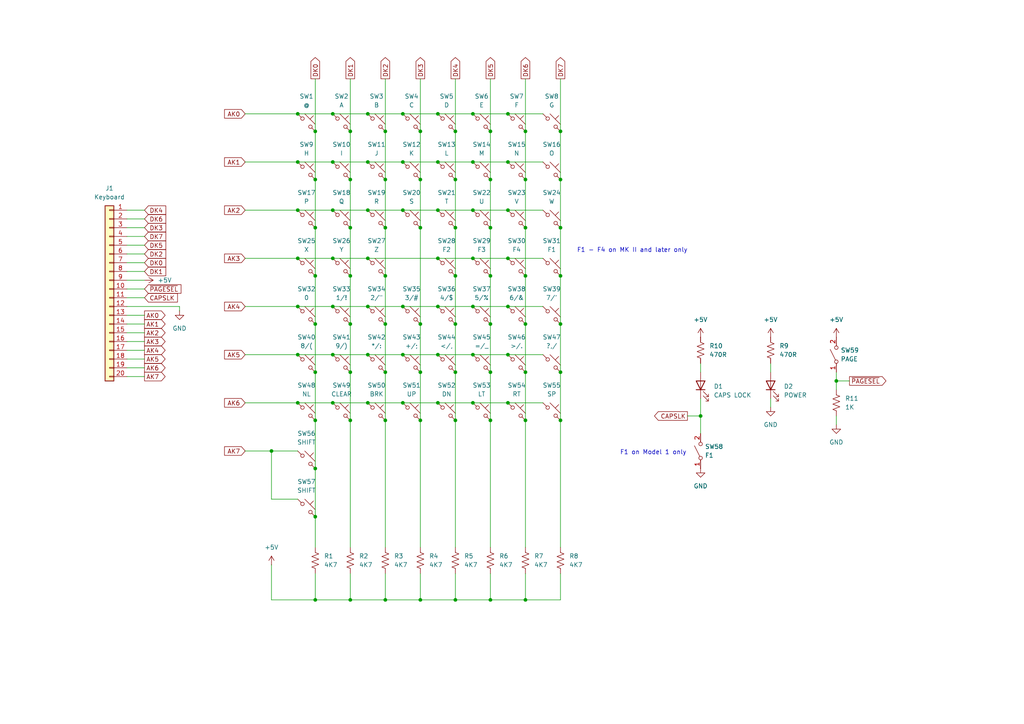
<source format=kicad_sch>
(kicad_sch (version 20231120) (generator "eeschema") (generator_version "8.0")
  (paper "A4")
  (title_block (title "Dick Smith System 80 Keyboard") (date "1980"))
  (lib_symbols
    (symbol "Connector_Generic:Conn_01x20" (pin_names (offset 1.016) hide)
      (property "Reference" "J" (at 0 25.4 0))
      (property "Value" "Conn_01x20" (at 0 -27.94 0))
      (symbol "Conn_01x20_1_1"
        (rectangle (start -1.27 -25.273) (end 0 -25.527) (stroke (width 0.1524)))
        (rectangle (start -1.27 -22.733) (end 0 -22.987) (stroke (width 0.1524)))
        (rectangle (start -1.27 -20.193) (end 0 -20.447) (stroke (width 0.1524)))
        (rectangle (start -1.27 -17.653) (end 0 -17.907) (stroke (width 0.1524)))
        (rectangle (start -1.27 -15.113) (end 0 -15.367) (stroke (width 0.1524)))
        (rectangle (start -1.27 -12.573) (end 0 -12.827) (stroke (width 0.1524)))
        (rectangle (start -1.27 -10.033) (end 0 -10.287) (stroke (width 0.1524)))
        (rectangle (start -1.27 -7.493) (end 0 -7.747) (stroke (width 0.1524)))
        (rectangle (start -1.27 -4.953) (end 0 -5.207) (stroke (width 0.1524)))
        (rectangle (start -1.27 -2.413) (end 0 -2.667) (stroke (width 0.1524)))
        (rectangle (start -1.27 0.127) (end 0 -0.127) (stroke (width 0.1524)))
        (rectangle (start -1.27 2.667) (end 0 2.413) (stroke (width 0.1524)))
        (rectangle (start -1.27 5.207) (end 0 4.953) (stroke (width 0.1524)))
        (rectangle (start -1.27 7.747) (end 0 7.493) (stroke (width 0.1524)))
        (rectangle (start -1.27 10.287) (end 0 10.033) (stroke (width 0.1524)))
        (rectangle (start -1.27 12.827) (end 0 12.573) (stroke (width 0.1524)))
        (rectangle (start -1.27 15.367) (end 0 15.113) (stroke (width 0.1524)))
        (rectangle (start -1.27 17.907) (end 0 17.653) (stroke (width 0.1524)))
        (rectangle (start -1.27 20.447) (end 0 20.193) (stroke (width 0.1524)))
        (rectangle (start -1.27 22.987) (end 0 22.733) (stroke (width 0.1524)))
        (rectangle (start -1.27 24.13) (end 1.27 -26.67) (stroke (width 0.254)) (fill (type background)))
        (pin passive line (at -5.08 22.86 0) (length 3.81) (name "Pin_1") (number "1"))
        (pin passive line (at -5.08 0 0) (length 3.81) (name "Pin_10") (number "10"))
        (pin passive line (at -5.08 -2.54 0) (length 3.81) (name "Pin_11") (number "11"))
        (pin passive line (at -5.08 -5.08 0) (length 3.81) (name "Pin_12") (number "12"))
        (pin passive line (at -5.08 -7.62 0) (length 3.81) (name "Pin_13") (number "13"))
        (pin passive line (at -5.08 -10.16 0) (length 3.81) (name "Pin_14") (number "14"))
        (pin passive line (at -5.08 -12.7 0) (length 3.81) (name "Pin_15") (number "15"))
        (pin passive line (at -5.08 -15.24 0) (length 3.81) (name "Pin_16") (number "16"))
        (pin passive line (at -5.08 -17.78 0) (length 3.81) (name "Pin_17") (number "17"))
        (pin passive line (at -5.08 -20.32 0) (length 3.81) (name "Pin_18") (number "18"))
        (pin passive line (at -5.08 -22.86 0) (length 3.81) (name "Pin_19") (number "19"))
        (pin passive line (at -5.08 20.32 0) (length 3.81) (name "Pin_2") (number "2"))
        (pin passive line (at -5.08 -25.4 0) (length 3.81) (name "Pin_20") (number "20"))
        (pin passive line (at -5.08 17.78 0) (length 3.81) (name "Pin_3") (number "3"))
        (pin passive line (at -5.08 15.24 0) (length 3.81) (name "Pin_4") (number "4"))
        (pin passive line (at -5.08 12.7 0) (length 3.81) (name "Pin_5") (number "5"))
        (pin passive line (at -5.08 10.16 0) (length 3.81) (name "Pin_6") (number "6"))
        (pin passive line (at -5.08 7.62 0) (length 3.81) (name "Pin_7") (number "7"))
        (pin passive line (at -5.08 5.08 0) (length 3.81) (name "Pin_8") (number "8"))
        (pin passive line (at -5.08 2.54 0) (length 3.81) (name "Pin_9") (number "9"))
      )
    )
    (symbol "Device:LED" (pin_numbers hide) (pin_names (offset 1.016) hide)
      (property "Reference" "D" (at 0 2.54 0))
      (property "Value" "LED" (at 0 -2.54 0))
      (symbol "LED_0_1"
        (polyline (pts (xy -1.27 -1.27) (xy -1.27 1.27)) (stroke (width 0.254)))
        (polyline (pts (xy -1.27 0) (xy 1.27 0)))
        (polyline (pts (xy 1.27 -1.27) (xy 1.27 1.27) (xy -1.27 0) (xy 1.27 -1.27)) (stroke (width 0.254)))
        (polyline (pts (xy -3.048 -0.762) (xy -4.572 -2.286) (xy -3.81 -2.286) (xy -4.572 -2.286) (xy -4.572 -1.524)))
        (polyline (pts (xy -1.778 -0.762) (xy -3.302 -2.286) (xy -2.54 -2.286) (xy -3.302 -2.286) (xy -3.302 -1.524)))
      )
      (symbol "LED_1_1"
        (pin passive line (at -3.81 0 0) (length 2.54) (name "K") (number "1"))
        (pin passive line (at 3.81 0 180) (length 2.54) (name "A") (number "2"))
      )
    )
    (symbol "Device:R_US" (pin_numbers hide) (pin_names (offset 0))
      (property "Reference" "R" (at 2.54 0 90))
      (property "Value" "R_US" (at -2.54 0 90))
      (symbol "R_US_0_1"
        (polyline (pts (xy 0 -2.286) (xy 0 -2.54)))
        (polyline (pts (xy 0 2.286) (xy 0 2.54)))
        (polyline (pts (xy 0 -0.762) (xy 1.016 -1.143) (xy 0 -1.524) (xy -1.016 -1.905) (xy 0 -2.286)))
        (polyline (pts (xy 0 0.762) (xy 1.016 0.381) (xy 0 0) (xy -1.016 -0.381) (xy 0 -0.762)))
        (polyline (pts (xy 0 2.286) (xy 1.016 1.905) (xy 0 1.524) (xy -1.016 1.143) (xy 0 0.762)))
      )
      (symbol "R_US_1_1"
        (pin passive line (at 0 3.81 270) (length 1.27) (name "~") (number "1"))
        (pin passive line (at 0 -3.81 90) (length 1.27) (name "~") (number "2"))
      )
    )
    (symbol "Switch:SW_Push_45deg" (pin_numbers hide) (pin_names (offset 1.016) hide)
      (property "Reference" "SW" (at 3.048 1.016 0))
      (property "Value" "SW_Push_45deg" (at 0 -3.81 0))
      (symbol "SW_Push_45deg_0_1"
        (circle (center -1.1684 1.1684) (radius 0.508))
        (polyline (pts (xy -0.508 2.54) (xy 2.54 -0.508)))
        (polyline (pts (xy 1.016 1.016) (xy 2.032 2.032)))
        (polyline (pts (xy -2.54 2.54) (xy -1.524 1.524) (xy -1.524 1.524)))
        (polyline (pts (xy 1.524 -1.524) (xy 2.54 -2.54) (xy 2.54 -2.54) (xy 2.54 -2.54)))
        (circle (center 1.143 -1.1938) (radius 0.508))
        (pin passive line (at -2.54 2.54 0) (length 0) (name "1") (number "1"))
        (pin passive line (at 2.54 -2.54 180) (length 0) (name "2") (number "2"))
      )
    )
    (symbol "Switch:SW_SPST" (pin_names (offset 0) hide)
      (property "Reference" "SW" (at 0 3.175 0))
      (property "Value" "SW_SPST" (at 0 -2.54 0))
      (symbol "SW_SPST_0_0"
        (circle (center -2.032 0) (radius 0.508))
        (polyline (pts (xy -1.524 0.254) (xy 1.524 1.778)))
        (circle (center 2.032 0) (radius 0.508))
      )
      (symbol "SW_SPST_1_1"
        (pin passive line (at -5.08 0 0) (length 2.54) (name "A") (number "1"))
        (pin passive line (at 5.08 0 180) (length 2.54) (name "B") (number "2"))
      )
    )
    (symbol "power:+5V" (power) (pin_numbers hide) (pin_names (offset 0) hide)
      (property "Value" "+5V" (at 0 3.556 0))
      (symbol "+5V_0_1"
        (polyline (pts (xy -0.762 1.27) (xy 0 2.54)))
        (polyline (pts (xy 0 0) (xy 0 2.54)))
        (polyline (pts (xy 0 2.54) (xy 0.762 1.27)))
      )
      (symbol "+5V_1_1"
        (pin power_in line (at 0 0 90) (length 0) (name "~") (number "1"))
      )
    )
    (symbol "power:GND" (power) (pin_numbers hide) (pin_names (offset 0) hide)
      (property "Value" "GND" (at 0 -3.81 0))
      (symbol "GND_0_1"
        (polyline (pts (xy 0 0) (xy 0 -1.27) (xy 1.27 -1.27) (xy 0 -2.54) (xy -1.27 -1.27) (xy 0 -1.27)))
      )
      (symbol "GND_1_1"
        (pin power_in line (at 0 0 270) (length 0) (name "~") (number "1"))
      )
    )
  )
  (junction (at 116.84 33.02))
  (junction (at 121.92 173.99))
  (junction (at 152.4 66.04))
  (junction (at 127 33.02))
  (junction (at 137.16 46.99))
  (junction (at 121.92 121.92))
  (junction (at 132.08 38.1))
  (junction (at 147.32 88.9))
  (junction (at 137.16 74.93))
  (junction (at 101.6 52.07))
  (junction (at 147.32 46.99))
  (junction (at 142.24 93.98))
  (junction (at 91.44 149.86))
  (junction (at 91.44 80.01))
  (junction (at 142.24 52.07))
  (junction (at 137.16 88.9))
  (junction (at 142.24 80.01))
  (junction (at 91.44 135.89))
  (junction (at 101.6 66.04))
  (junction (at 137.16 116.84))
  (junction (at 152.4 38.1))
  (junction (at 162.56 121.92))
  (junction (at 121.92 93.98))
  (junction (at 106.68 33.02))
  (junction (at 121.92 52.07))
  (junction (at 96.52 60.96))
  (junction (at 121.92 38.1))
  (junction (at 137.16 33.02))
  (junction (at 106.68 116.84))
  (junction (at 111.76 66.04))
  (junction (at 152.4 80.01))
  (junction (at 142.24 38.1))
  (junction (at 127 46.99))
  (junction (at 116.84 60.96))
  (junction (at 147.32 60.96))
  (junction (at 96.52 74.93))
  (junction (at 152.4 121.92))
  (junction (at 142.24 66.04))
  (junction (at 147.32 116.84))
  (junction (at 96.52 33.02))
  (junction (at 127 116.84))
  (junction (at 132.08 93.98))
  (junction (at 162.56 107.95))
  (junction (at 106.68 74.93))
  (junction (at 137.16 60.96))
  (junction (at 101.6 93.98))
  (junction (at 127 74.93))
  (junction (at 91.44 107.95))
  (junction (at 116.84 88.9))
  (junction (at 147.32 74.93))
  (junction (at 101.6 107.95))
  (junction (at 96.52 46.99))
  (junction (at 86.36 46.99))
  (junction (at 111.76 93.98))
  (junction (at 121.92 107.95))
  (junction (at 152.4 93.98))
  (junction (at 96.52 102.87))
  (junction (at 152.4 173.99))
  (junction (at 132.08 80.01))
  (junction (at 127 60.96))
  (junction (at 162.56 66.04))
  (junction (at 86.36 102.87))
  (junction (at 78.74 130.81))
  (junction (at 86.36 88.9))
  (junction (at 106.68 60.96))
  (junction (at 111.76 38.1))
  (junction (at 86.36 116.84))
  (junction (at 132.08 52.07))
  (junction (at 111.76 107.95))
  (junction (at 132.08 121.92))
  (junction (at 96.52 88.9))
  (junction (at 111.76 173.99))
  (junction (at 106.68 88.9))
  (junction (at 162.56 52.07))
  (junction (at 116.84 102.87))
  (junction (at 111.76 52.07))
  (junction (at 152.4 52.07))
  (junction (at 121.92 66.04))
  (junction (at 101.6 173.99))
  (junction (at 86.36 74.93))
  (junction (at 132.08 107.95))
  (junction (at 91.44 66.04))
  (junction (at 101.6 80.01))
  (junction (at 162.56 38.1))
  (junction (at 127 88.9))
  (junction (at 162.56 93.98))
  (junction (at 142.24 173.99))
  (junction (at 162.56 80.01))
  (junction (at 142.24 107.95))
  (junction (at 91.44 38.1))
  (junction (at 137.16 102.87))
  (junction (at 203.2 120.65))
  (junction (at 132.08 173.99))
  (junction (at 86.36 60.96))
  (junction (at 86.36 33.02))
  (junction (at 147.32 102.87))
  (junction (at 101.6 38.1))
  (junction (at 111.76 121.92))
  (junction (at 91.44 93.98))
  (junction (at 106.68 102.87))
  (junction (at 111.76 80.01))
  (junction (at 147.32 33.02))
  (junction (at 91.44 121.92))
  (junction (at 127 102.87))
  (junction (at 116.84 116.84))
  (junction (at 91.44 52.07))
  (junction (at 106.68 46.99))
  (junction (at 91.44 173.99))
  (junction (at 152.4 107.95))
  (junction (at 116.84 46.99))
  (junction (at 242.57 110.49))
  (junction (at 101.6 121.92))
  (junction (at 132.08 66.04))
  (junction (at 142.24 121.92))
  (junction (at 96.52 116.84))
  (wire (pts (xy 101.6 121.92) (xy 101.6 158.75)))
  (wire (pts (xy 91.44 121.92) (xy 91.44 135.89)))
  (wire (pts (xy 137.16 116.84) (xy 147.32 116.84)))
  (wire (pts (xy 121.92 166.37) (xy 121.92 173.99)))
  (wire (pts (xy 111.76 38.1) (xy 111.76 52.07)))
  (wire (pts (xy 137.16 33.02) (xy 147.32 33.02)))
  (wire (pts (xy 203.2 120.65) (xy 199.39 120.65)))
  (wire (pts (xy 101.6 66.04) (xy 101.6 80.01)))
  (wire (pts (xy 96.52 74.93) (xy 106.68 74.93)))
  (wire (pts (xy 132.08 107.95) (xy 132.08 121.92)))
  (wire (pts (xy 121.92 22.86) (xy 121.92 38.1)))
  (wire (pts (xy 96.52 46.99) (xy 106.68 46.99)))
  (wire (pts (xy 142.24 52.07) (xy 142.24 66.04)))
  (wire (pts (xy 152.4 52.07) (xy 152.4 66.04)))
  (wire (pts (xy 86.36 33.02) (xy 96.52 33.02)))
  (wire (pts (xy 242.57 110.49) (xy 242.57 113.03)))
  (wire (pts (xy 91.44 135.89) (xy 91.44 149.86)))
  (wire (pts (xy 162.56 121.92) (xy 162.56 158.75)))
  (wire (pts (xy 106.68 74.93) (xy 127 74.93)))
  (wire (pts (xy 152.4 38.1) (xy 152.4 52.07)))
  (wire (pts (xy 111.76 80.01) (xy 111.76 93.98)))
  (wire (pts (xy 142.24 173.99) (xy 132.08 173.99)))
  (wire (pts (xy 106.68 88.9) (xy 116.84 88.9)))
  (wire (pts (xy 71.12 46.99) (xy 86.36 46.99)))
  (wire (pts (xy 203.2 115.57) (xy 203.2 120.65)))
  (wire (pts (xy 223.52 118.11) (xy 223.52 115.57)))
  (wire (pts (xy 96.52 33.02) (xy 106.68 33.02)))
  (wire (pts (xy 96.52 88.9) (xy 106.68 88.9)))
  (wire (pts (xy 86.36 102.87) (xy 96.52 102.87)))
  (wire (pts (xy 78.74 144.78) (xy 78.74 130.81)))
  (wire (pts (xy 36.83 106.68) (xy 41.91 106.68)))
  (wire (pts (xy 116.84 88.9) (xy 127 88.9)))
  (wire (pts (xy 86.36 46.99) (xy 96.52 46.99)))
  (wire (pts (xy 147.32 102.87) (xy 157.48 102.87)))
  (wire (pts (xy 86.36 60.96) (xy 96.52 60.96)))
  (wire (pts (xy 137.16 74.93) (xy 147.32 74.93)))
  (wire (pts (xy 142.24 66.04) (xy 142.24 80.01)))
  (wire (pts (xy 36.83 66.04) (xy 41.91 66.04)))
  (wire (pts (xy 111.76 121.92) (xy 111.76 158.75)))
  (wire (pts (xy 162.56 38.1) (xy 162.56 52.07)))
  (wire (pts (xy 152.4 22.86) (xy 152.4 38.1)))
  (wire (pts (xy 86.36 116.84) (xy 96.52 116.84)))
  (wire (pts (xy 36.83 109.22) (xy 41.91 109.22)))
  (wire (pts (xy 101.6 166.37) (xy 101.6 173.99)))
  (wire (pts (xy 36.83 68.58) (xy 41.91 68.58)))
  (wire (pts (xy 132.08 93.98) (xy 132.08 107.95)))
  (wire (pts (xy 142.24 107.95) (xy 142.24 121.92)))
  (wire (pts (xy 101.6 38.1) (xy 101.6 52.07)))
  (wire (pts (xy 36.83 81.28) (xy 41.91 81.28)))
  (wire (pts (xy 121.92 107.95) (xy 121.92 121.92)))
  (wire (pts (xy 101.6 107.95) (xy 101.6 121.92)))
  (wire (pts (xy 106.68 46.99) (xy 116.84 46.99)))
  (wire (pts (xy 106.68 60.96) (xy 116.84 60.96)))
  (wire (pts (xy 91.44 66.04) (xy 91.44 80.01)))
  (wire (pts (xy 36.83 63.5) (xy 41.91 63.5)))
  (wire (pts (xy 137.16 102.87) (xy 147.32 102.87)))
  (wire (pts (xy 142.24 80.01) (xy 142.24 93.98)))
  (wire (pts (xy 132.08 121.92) (xy 132.08 158.75)))
  (wire (pts (xy 52.07 90.17) (xy 52.07 88.9)))
  (wire (pts (xy 36.83 96.52) (xy 41.91 96.52)))
  (wire (pts (xy 71.12 130.81) (xy 78.74 130.81)))
  (wire (pts (xy 121.92 173.99) (xy 111.76 173.99)))
  (wire (pts (xy 111.76 93.98) (xy 111.76 107.95)))
  (wire (pts (xy 127 60.96) (xy 137.16 60.96)))
  (wire (pts (xy 96.52 116.84) (xy 106.68 116.84)))
  (wire (pts (xy 137.16 60.96) (xy 147.32 60.96)))
  (wire (pts (xy 121.92 93.98) (xy 121.92 107.95)))
  (wire (pts (xy 52.07 88.9) (xy 36.83 88.9)))
  (wire (pts (xy 132.08 66.04) (xy 132.08 80.01)))
  (wire (pts (xy 127 74.93) (xy 137.16 74.93)))
  (wire (pts (xy 116.84 116.84) (xy 127 116.84)))
  (wire (pts (xy 137.16 88.9) (xy 147.32 88.9)))
  (wire (pts (xy 242.57 120.65) (xy 242.57 123.19)))
  (wire (pts (xy 147.32 116.84) (xy 157.48 116.84)))
  (wire (pts (xy 162.56 52.07) (xy 162.56 66.04)))
  (wire (pts (xy 101.6 173.99) (xy 91.44 173.99)))
  (wire (pts (xy 132.08 173.99) (xy 121.92 173.99)))
  (wire (pts (xy 36.83 99.06) (xy 41.91 99.06)))
  (wire (pts (xy 152.4 166.37) (xy 152.4 173.99)))
  (wire (pts (xy 106.68 102.87) (xy 116.84 102.87)))
  (wire (pts (xy 91.44 173.99) (xy 78.74 173.99)))
  (wire (pts (xy 36.83 76.2) (xy 41.91 76.2)))
  (wire (pts (xy 116.84 102.87) (xy 127 102.87)))
  (wire (pts (xy 36.83 83.82) (xy 41.91 83.82)))
  (wire (pts (xy 101.6 80.01) (xy 101.6 93.98)))
  (wire (pts (xy 242.57 110.49) (xy 246.38 110.49)))
  (wire (pts (xy 132.08 22.86) (xy 132.08 38.1)))
  (wire (pts (xy 91.44 149.86) (xy 91.44 158.75)))
  (wire (pts (xy 36.83 93.98) (xy 41.91 93.98)))
  (wire (pts (xy 106.68 33.02) (xy 116.84 33.02)))
  (wire (pts (xy 101.6 93.98) (xy 101.6 107.95)))
  (wire (pts (xy 86.36 88.9) (xy 96.52 88.9)))
  (wire (pts (xy 162.56 93.98) (xy 162.56 107.95)))
  (wire (pts (xy 203.2 120.65) (xy 203.2 125.73)))
  (wire (pts (xy 127 33.02) (xy 137.16 33.02)))
  (wire (pts (xy 121.92 38.1) (xy 121.92 52.07)))
  (wire (pts (xy 86.36 74.93) (xy 96.52 74.93)))
  (wire (pts (xy 242.57 107.95) (xy 242.57 110.49)))
  (wire (pts (xy 78.74 130.81) (xy 86.36 130.81)))
  (wire (pts (xy 203.2 105.41) (xy 203.2 107.95)))
  (wire (pts (xy 71.12 88.9) (xy 86.36 88.9)))
  (wire (pts (xy 162.56 166.37) (xy 162.56 173.99)))
  (wire (pts (xy 142.24 38.1) (xy 142.24 52.07)))
  (wire (pts (xy 142.24 121.92) (xy 142.24 158.75)))
  (wire (pts (xy 162.56 80.01) (xy 162.56 93.98)))
  (wire (pts (xy 96.52 60.96) (xy 106.68 60.96)))
  (wire (pts (xy 116.84 46.99) (xy 127 46.99)))
  (wire (pts (xy 111.76 107.95) (xy 111.76 121.92)))
  (wire (pts (xy 101.6 52.07) (xy 101.6 66.04)))
  (wire (pts (xy 162.56 22.86) (xy 162.56 38.1)))
  (wire (pts (xy 127 116.84) (xy 137.16 116.84)))
  (wire (pts (xy 91.44 52.07) (xy 91.44 66.04)))
  (wire (pts (xy 106.68 116.84) (xy 116.84 116.84)))
  (wire (pts (xy 91.44 22.86) (xy 91.44 38.1)))
  (wire (pts (xy 152.4 66.04) (xy 152.4 80.01)))
  (wire (pts (xy 147.32 88.9) (xy 157.48 88.9)))
  (wire (pts (xy 162.56 66.04) (xy 162.56 80.01)))
  (wire (pts (xy 127 102.87) (xy 137.16 102.87)))
  (wire (pts (xy 152.4 107.95) (xy 152.4 121.92)))
  (wire (pts (xy 162.56 173.99) (xy 152.4 173.99)))
  (wire (pts (xy 116.84 60.96) (xy 127 60.96)))
  (wire (pts (xy 121.92 66.04) (xy 121.92 93.98)))
  (wire (pts (xy 36.83 91.44) (xy 41.91 91.44)))
  (wire (pts (xy 36.83 71.12) (xy 41.91 71.12)))
  (wire (pts (xy 121.92 121.92) (xy 121.92 158.75)))
  (wire (pts (xy 127 46.99) (xy 137.16 46.99)))
  (wire (pts (xy 96.52 102.87) (xy 106.68 102.87)))
  (wire (pts (xy 101.6 22.86) (xy 101.6 38.1)))
  (wire (pts (xy 111.76 173.99) (xy 101.6 173.99)))
  (wire (pts (xy 71.12 74.93) (xy 86.36 74.93)))
  (wire (pts (xy 71.12 33.02) (xy 86.36 33.02)))
  (wire (pts (xy 36.83 60.96) (xy 41.91 60.96)))
  (wire (pts (xy 223.52 105.41) (xy 223.52 107.95)))
  (wire (pts (xy 36.83 101.6) (xy 41.91 101.6)))
  (wire (pts (xy 132.08 52.07) (xy 132.08 66.04)))
  (wire (pts (xy 111.76 52.07) (xy 111.76 66.04)))
  (wire (pts (xy 91.44 166.37) (xy 91.44 173.99)))
  (wire (pts (xy 147.32 60.96) (xy 157.48 60.96)))
  (wire (pts (xy 116.84 33.02) (xy 127 33.02)))
  (wire (pts (xy 142.24 166.37) (xy 142.24 173.99)))
  (wire (pts (xy 152.4 121.92) (xy 152.4 158.75)))
  (wire (pts (xy 152.4 93.98) (xy 152.4 107.95)))
  (wire (pts (xy 71.12 116.84) (xy 86.36 116.84)))
  (wire (pts (xy 71.12 102.87) (xy 86.36 102.87)))
  (wire (pts (xy 121.92 52.07) (xy 121.92 66.04)))
  (wire (pts (xy 142.24 22.86) (xy 142.24 38.1)))
  (wire (pts (xy 152.4 80.01) (xy 152.4 93.98)))
  (wire (pts (xy 91.44 80.01) (xy 91.44 93.98)))
  (wire (pts (xy 91.44 93.98) (xy 91.44 107.95)))
  (wire (pts (xy 36.83 78.74) (xy 41.91 78.74)))
  (wire (pts (xy 152.4 173.99) (xy 142.24 173.99)))
  (wire (pts (xy 91.44 107.95) (xy 91.44 121.92)))
  (wire (pts (xy 111.76 66.04) (xy 111.76 80.01)))
  (wire (pts (xy 162.56 107.95) (xy 162.56 121.92)))
  (wire (pts (xy 111.76 22.86) (xy 111.76 38.1)))
  (wire (pts (xy 147.32 74.93) (xy 157.48 74.93)))
  (wire (pts (xy 132.08 80.01) (xy 132.08 93.98)))
  (wire (pts (xy 111.76 166.37) (xy 111.76 173.99)))
  (wire (pts (xy 137.16 46.99) (xy 147.32 46.99)))
  (wire (pts (xy 127 88.9) (xy 137.16 88.9)))
  (wire (pts (xy 132.08 38.1) (xy 132.08 52.07)))
  (wire (pts (xy 36.83 73.66) (xy 41.91 73.66)))
  (wire (pts (xy 36.83 86.36) (xy 41.91 86.36)))
  (wire (pts (xy 78.74 163.83) (xy 78.74 173.99)))
  (wire (pts (xy 147.32 46.99) (xy 157.48 46.99)))
  (wire (pts (xy 36.83 104.14) (xy 41.91 104.14)))
  (wire (pts (xy 91.44 38.1) (xy 91.44 52.07)))
  (wire (pts (xy 142.24 93.98) (xy 142.24 107.95)))
  (wire (pts (xy 86.36 144.78) (xy 78.74 144.78)))
  (wire (pts (xy 132.08 166.37) (xy 132.08 173.99)))
  (wire (pts (xy 147.32 33.02) (xy 157.48 33.02)))
  (wire (pts (xy 71.12 60.96) (xy 86.36 60.96)))
  (text "F1 on Model 1 only" (at 189.484 131.318 0) (effects (font (size 1.27 1.27))))
  (text "F1 - F4 on MK II and later only" (at 183.388 72.644 0) (effects (font (size 1.27 1.27))))
  (global_label "DK3" (shape input) (at 41.91 66.04 0) (property "Intersheetrefs" "${INTERSHEET_REFS}" (effects (hide yes))))
  (global_label "DK3" (shape output) (at 121.92 22.86 90) (property "Intersheetrefs" "${INTERSHEET_REFS}" (effects (hide yes))))
  (global_label "DK4" (shape input) (at 41.91 60.96 0) (property "Intersheetrefs" "${INTERSHEET_REFS}" (effects (hide yes))))
  (global_label "DK2" (shape output) (at 111.76 22.86 90) (property "Intersheetrefs" "${INTERSHEET_REFS}" (effects (hide yes))))
  (global_label "DK7" (shape output) (at 162.56 22.86 90) (property "Intersheetrefs" "${INTERSHEET_REFS}" (effects (hide yes))))
  (global_label "DK4" (shape output) (at 132.08 22.86 90) (property "Intersheetrefs" "${INTERSHEET_REFS}" (effects (hide yes))))
  (global_label "AK1" (shape output) (at 41.91 93.98 0) (property "Intersheetrefs" "${INTERSHEET_REFS}" (effects (hide yes))))
  (global_label "DK7" (shape input) (at 41.91 68.58 0) (property "Intersheetrefs" "${INTERSHEET_REFS}" (effects (hide yes))))
  (global_label "AK4" (shape output) (at 41.91 101.6 0) (property "Intersheetrefs" "${INTERSHEET_REFS}" (effects (hide yes))))
  (global_label "~{PAGESEL}" (shape input) (at 41.91 83.82 0) (property "Intersheetrefs" "${INTERSHEET_REFS}" (effects (hide yes))))
  (global_label "CAPSLK" (shape input) (at 41.91 86.36 0) (property "Intersheetrefs" "${INTERSHEET_REFS}" (effects (hide yes))))
  (global_label "AK5" (shape input) (at 71.12 102.87 180) (property "Intersheetrefs" "${INTERSHEET_REFS}" (effects (hide yes))))
  (global_label "AK1" (shape input) (at 71.12 46.99 180) (property "Intersheetrefs" "${INTERSHEET_REFS}" (effects (hide yes))))
  (global_label "AK7" (shape input) (at 71.12 130.81 180) (property "Intersheetrefs" "${INTERSHEET_REFS}" (effects (hide yes))))
  (global_label "AK2" (shape input) (at 71.12 60.96 180) (property "Intersheetrefs" "${INTERSHEET_REFS}" (effects (hide yes))))
  (global_label "CAPSLK" (shape output) (at 199.39 120.65 180) (property "Intersheetrefs" "${INTERSHEET_REFS}" (effects (hide yes))))
  (global_label "DK1" (shape output) (at 101.6 22.86 90) (property "Intersheetrefs" "${INTERSHEET_REFS}" (effects (hide yes))))
  (global_label "DK5" (shape input) (at 41.91 71.12 0) (property "Intersheetrefs" "${INTERSHEET_REFS}" (effects (hide yes))))
  (global_label "DK6" (shape input) (at 41.91 63.5 0) (property "Intersheetrefs" "${INTERSHEET_REFS}" (effects (hide yes))))
  (global_label "DK1" (shape input) (at 41.91 78.74 0) (property "Intersheetrefs" "${INTERSHEET_REFS}" (effects (hide yes))))
  (global_label "AK5" (shape output) (at 41.91 104.14 0) (property "Intersheetrefs" "${INTERSHEET_REFS}" (effects (hide yes))))
  (global_label "AK6" (shape output) (at 41.91 106.68 0) (property "Intersheetrefs" "${INTERSHEET_REFS}" (effects (hide yes))))
  (global_label "AK7" (shape output) (at 41.91 109.22 0) (property "Intersheetrefs" "${INTERSHEET_REFS}" (effects (hide yes))))
  (global_label "AK4" (shape input) (at 71.12 88.9 180) (property "Intersheetrefs" "${INTERSHEET_REFS}" (effects (hide yes))))
  (global_label "AK0" (shape output) (at 41.91 91.44 0) (property "Intersheetrefs" "${INTERSHEET_REFS}" (effects (hide yes))))
  (global_label "AK6" (shape input) (at 71.12 116.84 180) (property "Intersheetrefs" "${INTERSHEET_REFS}" (effects (hide yes))))
  (global_label "~{PAGESEL}" (shape output) (at 246.38 110.49 0) (property "Intersheetrefs" "${INTERSHEET_REFS}" (effects (hide yes))))
  (global_label "AK3" (shape input) (at 71.12 74.93 180) (property "Intersheetrefs" "${INTERSHEET_REFS}" (effects (hide yes))))
  (global_label "DK0" (shape output) (at 91.44 22.86 90) (property "Intersheetrefs" "${INTERSHEET_REFS}" (effects (hide yes))))
  (global_label "AK3" (shape output) (at 41.91 99.06 0) (property "Intersheetrefs" "${INTERSHEET_REFS}" (effects (hide yes))))
  (global_label "DK6" (shape output) (at 152.4 22.86 90) (property "Intersheetrefs" "${INTERSHEET_REFS}" (effects (hide yes))))
  (global_label "DK2" (shape input) (at 41.91 73.66 0) (property "Intersheetrefs" "${INTERSHEET_REFS}" (effects (hide yes))))
  (global_label "AK2" (shape output) (at 41.91 96.52 0) (property "Intersheetrefs" "${INTERSHEET_REFS}" (effects (hide yes))))
  (global_label "AK0" (shape input) (at 71.12 33.02 180) (property "Intersheetrefs" "${INTERSHEET_REFS}" (effects (hide yes))))
  (global_label "DK5" (shape output) (at 142.24 22.86 90) (property "Intersheetrefs" "${INTERSHEET_REFS}" (effects (hide yes))))
  (global_label "DK0" (shape input) (at 41.91 76.2 0) (property "Intersheetrefs" "${INTERSHEET_REFS}" (effects (hide yes))))
  (symbol (lib_id "Switch:SW_Push_45deg") (at 160.02 119.38 0) (unit 1)
    (property "Reference" "SW55" (at 160.02 111.76 0))
    (property "Value" "SP" (at 160.02 114.3 0))
    (property "Description" "Push button switch, normally open, two pins, 45° tilted" (effects (hide yes)))
  )
  (symbol (lib_id "power:+5V") (at 78.74 163.83 0) (unit 1)
    (property "Reference" "#PWR01" (effects (hide yes)))
    (property "Value" "+5V" (at 78.74 158.75 0))
    (property "Description" "Power symbol creates a global label with name \"+5V\"" (effects (hide yes)))
  )
  (symbol (lib_id "Switch:SW_Push_45deg") (at 109.22 91.44 0) (unit 1)
    (property "Reference" "SW34" (at 109.22 83.82 0))
    (property "Value" "2/\"" (at 109.22 86.36 0))
    (property "Description" "Push button switch, normally open, two pins, 45° tilted" (effects (hide yes)))
  )
  (symbol (lib_id "power:+5V") (at 223.52 97.79 0) (unit 1)
    (property "Reference" "#PWR06" (effects (hide yes)))
    (property "Value" "+5V" (at 223.52 92.71 0))
    (property "Description" "Power symbol creates a global label with name \"+5V\"" (effects (hide yes)))
  )
  (symbol (lib_id "Switch:SW_Push_45deg") (at 88.9 49.53 0) (unit 1)
    (property "Reference" "SW9" (at 88.9 41.91 0))
    (property "Value" "H" (at 88.9 44.45 0))
    (property "Description" "Push button switch, normally open, two pins, 45° tilted" (effects (hide yes)))
  )
  (symbol (lib_id "Device:LED") (at 223.52 111.76 90) (unit 1)
    (property "Reference" "D2" (at 227.33 112.0774 90) (effects (justify right)))
    (property "Value" "POWER" (at 227.33 114.6174 90) (effects (justify right)))
    (property "Description" "Light emitting diode" (effects (hide yes)))
  )
  (symbol (lib_id "Switch:SW_Push_45deg") (at 139.7 91.44 0) (unit 1)
    (property "Reference" "SW37" (at 139.7 83.82 0))
    (property "Value" "5/%" (at 139.7 86.36 0))
    (property "Description" "Push button switch, normally open, two pins, 45° tilted" (effects (hide yes)))
  )
  (symbol (lib_id "Switch:SW_Push_45deg") (at 88.9 133.35 0) (unit 1)
    (property "Reference" "SW56" (at 88.9 125.73 0))
    (property "Value" "SHIFT" (at 88.9 128.27 0))
    (property "Description" "Push button switch, normally open, two pins, 45° tilted" (effects (hide yes)))
  )
  (symbol (lib_id "Switch:SW_SPST") (at 242.57 102.87 90) (unit 1)
    (property "Reference" "SW59" (at 243.84 101.5999 90) (effects (justify right)))
    (property "Value" "PAGE" (at 243.84 104.1399 90) (effects (justify right)))
    (property "Description" "Single Pole Single Throw (SPST) switch" (effects (hide yes)))
  )
  (symbol (lib_id "Switch:SW_Push_45deg") (at 129.54 35.56 0) (unit 1)
    (property "Reference" "SW5" (at 129.54 27.94 0))
    (property "Value" "D" (at 129.54 30.48 0))
    (property "Description" "Push button switch, normally open, two pins, 45° tilted" (effects (hide yes)))
  )
  (symbol (lib_id "Device:R_US") (at 121.92 162.56 0) (unit 1)
    (property "Reference" "R4" (at 124.46 161.2899 0) (effects (justify left)))
    (property "Value" "4K7" (at 124.46 163.8299 0) (effects (justify left)))
    (property "Description" "Resistor, US symbol" (effects (hide yes)))
  )
  (symbol (lib_id "Device:R_US") (at 101.6 162.56 0) (unit 1)
    (property "Reference" "R2" (at 104.14 161.2899 0) (effects (justify left)))
    (property "Value" "4K7" (at 104.14 163.8299 0) (effects (justify left)))
    (property "Description" "Resistor, US symbol" (effects (hide yes)))
  )
  (symbol (lib_id "Switch:SW_Push_45deg") (at 160.02 49.53 0) (unit 1)
    (property "Reference" "SW16" (at 160.02 41.91 0))
    (property "Value" "O" (at 160.02 44.45 0))
    (property "Description" "Push button switch, normally open, two pins, 45° tilted" (effects (hide yes)))
  )
  (symbol (lib_id "Switch:SW_Push_45deg") (at 88.9 77.47 0) (unit 1)
    (property "Reference" "SW25" (at 88.9 69.85 0))
    (property "Value" "X" (at 88.9 72.39 0))
    (property "Description" "Push button switch, normally open, two pins, 45° tilted" (effects (hide yes)))
  )
  (symbol (lib_id "Connector_Generic:Conn_01x20") (at 31.75 83.82 0) (mirror y) (unit 1)
    (property "Reference" "J1" (at 31.75 54.61 0))
    (property "Value" "Keyboard" (at 31.75 57.15 0))
    (property "Description" "Generic connector, single row, 01x20, script generated (kicad-library-utils/schlib/autogen/connector/)" (effects (hide yes)))
  )
  (symbol (lib_id "Switch:SW_Push_45deg") (at 99.06 119.38 0) (unit 1)
    (property "Reference" "SW49" (at 99.06 111.76 0))
    (property "Value" "CLEAR" (at 99.06 114.3 0))
    (property "Description" "Push button switch, normally open, two pins, 45° tilted" (effects (hide yes)))
  )
  (symbol (lib_id "Switch:SW_Push_45deg") (at 88.9 91.44 0) (unit 1)
    (property "Reference" "SW32" (at 88.9 83.82 0))
    (property "Value" "0" (at 88.9 86.36 0))
    (property "Description" "Push button switch, normally open, two pins, 45° tilted" (effects (hide yes)))
  )
  (symbol (lib_id "Switch:SW_Push_45deg") (at 129.54 119.38 0) (unit 1)
    (property "Reference" "SW52" (at 129.54 111.76 0))
    (property "Value" "DN" (at 129.54 114.3 0))
    (property "Description" "Push button switch, normally open, two pins, 45° tilted" (effects (hide yes)))
  )
  (symbol (lib_id "Switch:SW_Push_45deg") (at 119.38 35.56 0) (unit 1)
    (property "Reference" "SW4" (at 119.38 27.94 0))
    (property "Value" "C" (at 119.38 30.48 0))
    (property "Description" "Push button switch, normally open, two pins, 45° tilted" (effects (hide yes)))
  )
  (symbol (lib_id "Switch:SW_Push_45deg") (at 149.86 119.38 0) (unit 1)
    (property "Reference" "SW54" (at 149.86 111.76 0))
    (property "Value" "RT" (at 149.86 114.3 0))
    (property "Description" "Push button switch, normally open, two pins, 45° tilted" (effects (hide yes)))
  )
  (symbol (lib_id "power:GND") (at 52.07 90.17 0) (unit 1)
    (property "Reference" "#PWR03" (effects (hide yes)))
    (property "Value" "GND" (at 52.07 95.25 0))
    (property "Description" "Power symbol creates a global label with name \"GND\" , ground" (effects (hide yes)))
  )
  (symbol (lib_id "Switch:SW_Push_45deg") (at 88.9 35.56 0) (unit 1)
    (property "Reference" "SW1" (at 88.9 27.94 0))
    (property "Value" "@" (at 88.9 30.48 0))
    (property "Description" "Push button switch, normally open, two pins, 45° tilted" (effects (hide yes)))
  )
  (symbol (lib_id "Switch:SW_Push_45deg") (at 139.7 77.47 0) (unit 1)
    (property "Reference" "SW29" (at 139.7 69.85 0))
    (property "Value" "F3" (at 139.7 72.39 0))
    (property "Description" "Push button switch, normally open, two pins, 45° tilted" (effects (hide yes)))
  )
  (symbol (lib_id "Switch:SW_Push_45deg") (at 119.38 63.5 0) (unit 1)
    (property "Reference" "SW20" (at 119.38 55.88 0))
    (property "Value" "S" (at 119.38 58.42 0))
    (property "Description" "Push button switch, normally open, two pins, 45° tilted" (effects (hide yes)))
  )
  (symbol (lib_id "Switch:SW_Push_45deg") (at 109.22 63.5 0) (unit 1)
    (property "Reference" "SW19" (at 109.22 55.88 0))
    (property "Value" "R" (at 109.22 58.42 0))
    (property "Description" "Push button switch, normally open, two pins, 45° tilted" (effects (hide yes)))
  )
  (symbol (lib_id "Switch:SW_Push_45deg") (at 149.86 49.53 0) (unit 1)
    (property "Reference" "SW15" (at 149.86 41.91 0))
    (property "Value" "N" (at 149.86 44.45 0))
    (property "Description" "Push button switch, normally open, two pins, 45° tilted" (effects (hide yes)))
  )
  (symbol (lib_id "power:GND") (at 242.57 123.19 0) (unit 1)
    (property "Reference" "#PWR09" (effects (hide yes)))
    (property "Value" "GND" (at 242.57 128.27 0))
    (property "Description" "Power symbol creates a global label with name \"GND\" , ground" (effects (hide yes)))
  )
  (symbol (lib_id "Device:R_US") (at 203.2 101.6 0) (unit 1)
    (property "Reference" "R10" (at 205.74 100.3299 0) (effects (justify left)))
    (property "Value" "470R" (at 205.74 102.8699 0) (effects (justify left)))
    (property "Description" "Resistor, US symbol" (effects (hide yes)))
  )
  (symbol (lib_id "Switch:SW_Push_45deg") (at 109.22 49.53 0) (unit 1)
    (property "Reference" "SW11" (at 109.22 41.91 0))
    (property "Value" "J" (at 109.22 44.45 0))
    (property "Description" "Push button switch, normally open, two pins, 45° tilted" (effects (hide yes)))
  )
  (symbol (lib_id "power:GND") (at 203.2 135.89 0) (unit 1)
    (property "Reference" "#PWR05" (effects (hide yes)))
    (property "Value" "GND" (at 203.2 140.97 0))
    (property "Description" "Power symbol creates a global label with name \"GND\" , ground" (effects (hide yes)))
  )
  (symbol (lib_id "Switch:SW_Push_45deg") (at 99.06 63.5 0) (unit 1)
    (property "Reference" "SW18" (at 99.06 55.88 0))
    (property "Value" "Q" (at 99.06 58.42 0))
    (property "Description" "Push button switch, normally open, two pins, 45° tilted" (effects (hide yes)))
  )
  (symbol (lib_id "Switch:SW_Push_45deg") (at 119.38 91.44 0) (unit 1)
    (property "Reference" "SW35" (at 119.38 83.82 0))
    (property "Value" "3/#" (at 119.38 86.36 0))
    (property "Description" "Push button switch, normally open, two pins, 45° tilted" (effects (hide yes)))
  )
  (symbol (lib_id "Device:R_US") (at 152.4 162.56 0) (unit 1)
    (property "Reference" "R7" (at 154.94 161.2899 0) (effects (justify left)))
    (property "Value" "4K7" (at 154.94 163.8299 0) (effects (justify left)))
    (property "Description" "Resistor, US symbol" (effects (hide yes)))
  )
  (symbol (lib_id "Switch:SW_Push_45deg") (at 99.06 35.56 0) (unit 1)
    (property "Reference" "SW2" (at 99.06 27.94 0))
    (property "Value" "A" (at 99.06 30.48 0))
    (property "Description" "Push button switch, normally open, two pins, 45° tilted" (effects (hide yes)))
  )
  (symbol (lib_id "power:+5V") (at 203.2 97.79 0) (unit 1)
    (property "Reference" "#PWR04" (effects (hide yes)))
    (property "Value" "+5V" (at 203.2 92.71 0))
    (property "Description" "Power symbol creates a global label with name \"+5V\"" (effects (hide yes)))
  )
  (symbol (lib_id "Switch:SW_Push_45deg") (at 139.7 105.41 0) (unit 1)
    (property "Reference" "SW45" (at 139.7 97.79 0))
    (property "Value" "=/_" (at 139.7 100.33 0))
    (property "Description" "Push button switch, normally open, two pins, 45° tilted" (effects (hide yes)))
  )
  (symbol (lib_id "Switch:SW_Push_45deg") (at 129.54 91.44 0) (unit 1)
    (property "Reference" "SW36" (at 129.54 83.82 0))
    (property "Value" "4/$" (at 129.54 86.36 0))
    (property "Description" "Push button switch, normally open, two pins, 45° tilted" (effects (hide yes)))
  )
  (symbol (lib_id "Switch:SW_Push_45deg") (at 149.86 105.41 0) (unit 1)
    (property "Reference" "SW46" (at 149.86 97.79 0))
    (property "Value" ">/." (at 149.86 100.33 0))
    (property "Description" "Push button switch, normally open, two pins, 45° tilted" (effects (hide yes)))
  )
  (symbol (lib_id "Switch:SW_Push_45deg") (at 129.54 49.53 0) (unit 1)
    (property "Reference" "SW13" (at 129.54 41.91 0))
    (property "Value" "L" (at 129.54 44.45 0))
    (property "Description" "Push button switch, normally open, two pins, 45° tilted" (effects (hide yes)))
  )
  (symbol (lib_id "Switch:SW_Push_45deg") (at 160.02 63.5 0) (unit 1)
    (property "Reference" "SW24" (at 160.02 55.88 0))
    (property "Value" "W" (at 160.02 58.42 0))
    (property "Description" "Push button switch, normally open, two pins, 45° tilted" (effects (hide yes)))
  )
  (symbol (lib_id "Switch:SW_Push_45deg") (at 109.22 35.56 0) (unit 1)
    (property "Reference" "SW3" (at 109.22 27.94 0))
    (property "Value" "B" (at 109.22 30.48 0))
    (property "Description" "Push button switch, normally open, two pins, 45° tilted" (effects (hide yes)))
  )
  (symbol (lib_id "Switch:SW_Push_45deg") (at 149.86 35.56 0) (unit 1)
    (property "Reference" "SW7" (at 149.86 27.94 0))
    (property "Value" "F" (at 149.86 30.48 0))
    (property "Description" "Push button switch, normally open, two pins, 45° tilted" (effects (hide yes)))
  )
  (symbol (lib_id "Switch:SW_Push_45deg") (at 160.02 35.56 0) (unit 1)
    (property "Reference" "SW8" (at 160.02 27.94 0))
    (property "Value" "G" (at 160.02 30.48 0))
    (property "Description" "Push button switch, normally open, two pins, 45° tilted" (effects (hide yes)))
  )
  (symbol (lib_id "Switch:SW_Push_45deg") (at 88.9 147.32 0) (unit 1)
    (property "Reference" "SW57" (at 88.9 139.7 0))
    (property "Value" "SHIFT" (at 88.9 142.24 0))
    (property "Description" "Push button switch, normally open, two pins, 45° tilted" (effects (hide yes)))
  )
  (symbol (lib_id "Switch:SW_Push_45deg") (at 119.38 119.38 0) (unit 1)
    (property "Reference" "SW51" (at 119.38 111.76 0))
    (property "Value" "UP" (at 119.38 114.3 0))
    (property "Description" "Push button switch, normally open, two pins, 45° tilted" (effects (hide yes)))
  )
  (symbol (lib_id "Switch:SW_Push_45deg") (at 129.54 105.41 0) (unit 1)
    (property "Reference" "SW44" (at 129.54 97.79 0))
    (property "Value" "</," (at 129.54 100.33 0))
    (property "Description" "Push button switch, normally open, two pins, 45° tilted" (effects (hide yes)))
  )
  (symbol (lib_id "Switch:SW_Push_45deg") (at 160.02 77.47 0) (unit 1)
    (property "Reference" "SW31" (at 160.02 69.85 0))
    (property "Value" "F1" (at 160.02 72.39 0))
    (property "Description" "Push button switch, normally open, two pins, 45° tilted" (effects (hide yes)))
  )
  (symbol (lib_id "power:GND") (at 223.52 118.11 0) (unit 1)
    (property "Reference" "#PWR07" (effects (hide yes)))
    (property "Value" "GND" (at 223.52 123.19 0))
    (property "Description" "Power symbol creates a global label with name \"GND\" , ground" (effects (hide yes)))
  )
  (symbol (lib_id "Switch:SW_SPST") (at 203.2 130.81 90) (unit 1)
    (property "Reference" "SW58" (at 204.47 129.5399 90) (effects (justify right)))
    (property "Value" "F1" (at 204.47 132.0799 90) (effects (justify right)))
    (property "Description" "Single Pole Single Throw (SPST) switch" (effects (hide yes)))
  )
  (symbol (lib_id "Switch:SW_Push_45deg") (at 99.06 105.41 0) (unit 1)
    (property "Reference" "SW41" (at 99.06 97.79 0))
    (property "Value" "9/)" (at 99.06 100.33 0))
    (property "Description" "Push button switch, normally open, two pins, 45° tilted" (effects (hide yes)))
  )
  (symbol (lib_id "Switch:SW_Push_45deg") (at 149.86 91.44 0) (unit 1)
    (property "Reference" "SW38" (at 149.86 83.82 0))
    (property "Value" "6/&" (at 149.86 86.36 0))
    (property "Description" "Push button switch, normally open, two pins, 45° tilted" (effects (hide yes)))
  )
  (symbol (lib_id "Device:R_US") (at 223.52 101.6 0) (unit 1)
    (property "Reference" "R9" (at 226.06 100.3299 0) (effects (justify left)))
    (property "Value" "470R" (at 226.06 102.8699 0) (effects (justify left)))
    (property "Description" "Resistor, US symbol" (effects (hide yes)))
  )
  (symbol (lib_id "Switch:SW_Push_45deg") (at 99.06 91.44 0) (unit 1)
    (property "Reference" "SW33" (at 99.06 83.82 0))
    (property "Value" "1/!" (at 99.06 86.36 0))
    (property "Description" "Push button switch, normally open, two pins, 45° tilted" (effects (hide yes)))
  )
  (symbol (lib_id "Switch:SW_Push_45deg") (at 139.7 63.5 0) (unit 1)
    (property "Reference" "SW22" (at 139.7 55.88 0))
    (property "Value" "U" (at 139.7 58.42 0))
    (property "Description" "Push button switch, normally open, two pins, 45° tilted" (effects (hide yes)))
  )
  (symbol (lib_id "Switch:SW_Push_45deg") (at 88.9 105.41 0) (unit 1)
    (property "Reference" "SW40" (at 88.9 97.79 0))
    (property "Value" "8/(" (at 88.9 100.33 0))
    (property "Description" "Push button switch, normally open, two pins, 45° tilted" (effects (hide yes)))
  )
  (symbol (lib_id "Device:R_US") (at 162.56 162.56 0) (unit 1)
    (property "Reference" "R8" (at 165.1 161.2899 0) (effects (justify left)))
    (property "Value" "4K7" (at 165.1 163.8299 0) (effects (justify left)))
    (property "Description" "Resistor, US symbol" (effects (hide yes)))
  )
  (symbol (lib_id "Switch:SW_Push_45deg") (at 99.06 77.47 0) (unit 1)
    (property "Reference" "SW26" (at 99.06 69.85 0))
    (property "Value" "Y" (at 99.06 72.39 0))
    (property "Description" "Push button switch, normally open, two pins, 45° tilted" (effects (hide yes)))
  )
  (symbol (lib_id "Switch:SW_Push_45deg") (at 109.22 105.41 0) (unit 1)
    (property "Reference" "SW42" (at 109.22 97.79 0))
    (property "Value" "*/:" (at 109.22 100.33 0))
    (property "Description" "Push button switch, normally open, two pins, 45° tilted" (effects (hide yes)))
  )
  (symbol (lib_id "Switch:SW_Push_45deg") (at 109.22 77.47 0) (unit 1)
    (property "Reference" "SW27" (at 109.22 69.85 0))
    (property "Value" "Z" (at 109.22 72.39 0))
    (property "Description" "Push button switch, normally open, two pins, 45° tilted" (effects (hide yes)))
  )
  (symbol (lib_id "Switch:SW_Push_45deg") (at 139.7 49.53 0) (unit 1)
    (property "Reference" "SW14" (at 139.7 41.91 0))
    (property "Value" "M" (at 139.7 44.45 0))
    (property "Description" "Push button switch, normally open, two pins, 45° tilted" (effects (hide yes)))
  )
  (symbol (lib_id "Device:R_US") (at 132.08 162.56 0) (unit 1)
    (property "Reference" "R5" (at 134.62 161.2899 0) (effects (justify left)))
    (property "Value" "4K7" (at 134.62 163.8299 0) (effects (justify left)))
    (property "Description" "Resistor, US symbol" (effects (hide yes)))
  )
  (symbol (lib_id "Switch:SW_Push_45deg") (at 149.86 63.5 0) (unit 1)
    (property "Reference" "SW23" (at 149.86 55.88 0))
    (property "Value" "V" (at 149.86 58.42 0))
    (property "Description" "Push button switch, normally open, two pins, 45° tilted" (effects (hide yes)))
  )
  (symbol (lib_id "Switch:SW_Push_45deg") (at 139.7 119.38 0) (unit 1)
    (property "Reference" "SW53" (at 139.7 111.76 0))
    (property "Value" "LT" (at 139.7 114.3 0))
    (property "Description" "Push button switch, normally open, two pins, 45° tilted" (effects (hide yes)))
  )
  (symbol (lib_id "Switch:SW_Push_45deg") (at 149.86 77.47 0) (unit 1)
    (property "Reference" "SW30" (at 149.86 69.85 0))
    (property "Value" "F4" (at 149.86 72.39 0))
    (property "Description" "Push button switch, normally open, two pins, 45° tilted" (effects (hide yes)))
  )
  (symbol (lib_id "power:+5V") (at 41.91 81.28 270) (unit 1)
    (property "Reference" "#PWR02" (effects (hide yes)))
    (property "Value" "+5V" (at 45.72 81.2799 90) (effects (justify left)))
    (property "Description" "Power symbol creates a global label with name \"+5V\"" (effects (hide yes)))
  )
  (symbol (lib_id "Switch:SW_Push_45deg") (at 119.38 49.53 0) (unit 1)
    (property "Reference" "SW12" (at 119.38 41.91 0))
    (property "Value" "K" (at 119.38 44.45 0))
    (property "Description" "Push button switch, normally open, two pins, 45° tilted" (effects (hide yes)))
  )
  (symbol (lib_id "Switch:SW_Push_45deg") (at 119.38 105.41 0) (unit 1)
    (property "Reference" "SW43" (at 119.38 97.79 0))
    (property "Value" "+/;" (at 119.38 100.33 0))
    (property "Description" "Push button switch, normally open, two pins, 45° tilted" (effects (hide yes)))
  )
  (symbol (lib_id "Device:LED") (at 203.2 111.76 90) (unit 1)
    (property "Reference" "D1" (at 207.01 112.0774 90) (effects (justify right)))
    (property "Value" "CAPS LOCK" (at 207.01 114.6174 90) (effects (justify right)))
    (property "Description" "Light emitting diode" (effects (hide yes)))
  )
  (symbol (lib_id "Switch:SW_Push_45deg") (at 129.54 63.5 0) (unit 1)
    (property "Reference" "SW21" (at 129.54 55.88 0))
    (property "Value" "T" (at 129.54 58.42 0))
    (property "Description" "Push button switch, normally open, two pins, 45° tilted" (effects (hide yes)))
  )
  (symbol (lib_id "Switch:SW_Push_45deg") (at 99.06 49.53 0) (unit 1)
    (property "Reference" "SW10" (at 99.06 41.91 0))
    (property "Value" "I" (at 99.06 44.45 0))
    (property "Description" "Push button switch, normally open, two pins, 45° tilted" (effects (hide yes)))
  )
  (symbol (lib_id "Device:R_US") (at 91.44 162.56 0) (unit 1)
    (property "Reference" "R1" (at 93.98 161.2899 0) (effects (justify left)))
    (property "Value" "4K7" (at 93.98 163.8299 0) (effects (justify left)))
    (property "Description" "Resistor, US symbol" (effects (hide yes)))
  )
  (symbol (lib_id "Switch:SW_Push_45deg") (at 160.02 105.41 0) (unit 1)
    (property "Reference" "SW47" (at 160.02 97.79 0))
    (property "Value" "?,/" (at 160.02 100.33 0))
    (property "Description" "Push button switch, normally open, two pins, 45° tilted" (effects (hide yes)))
  )
  (symbol (lib_id "Switch:SW_Push_45deg") (at 88.9 63.5 0) (unit 1)
    (property "Reference" "SW17" (at 88.9 55.88 0))
    (property "Value" "P" (at 88.9 58.42 0))
    (property "Description" "Push button switch, normally open, two pins, 45° tilted" (effects (hide yes)))
  )
  (symbol (lib_id "Switch:SW_Push_45deg") (at 129.54 77.47 0) (unit 1)
    (property "Reference" "SW28" (at 129.54 69.85 0))
    (property "Value" "F2" (at 129.54 72.39 0))
    (property "Description" "Push button switch, normally open, two pins, 45° tilted" (effects (hide yes)))
  )
  (symbol (lib_id "Device:R_US") (at 242.57 116.84 0) (unit 1)
    (property "Reference" "R11" (at 245.11 115.5699 0) (effects (justify left)))
    (property "Value" "1K" (at 245.11 118.1099 0) (effects (justify left)))
    (property "Description" "Resistor, US symbol" (effects (hide yes)))
  )
  (symbol (lib_id "Device:R_US") (at 111.76 162.56 0) (unit 1)
    (property "Reference" "R3" (at 114.3 161.2899 0) (effects (justify left)))
    (property "Value" "4K7" (at 114.3 163.8299 0) (effects (justify left)))
    (property "Description" "Resistor, US symbol" (effects (hide yes)))
  )
  (symbol (lib_id "Switch:SW_Push_45deg") (at 88.9 119.38 0) (unit 1)
    (property "Reference" "SW48" (at 88.9 111.76 0))
    (property "Value" "NL" (at 88.9 114.3 0))
    (property "Description" "Push button switch, normally open, two pins, 45° tilted" (effects (hide yes)))
  )
  (symbol (lib_id "power:+5V") (at 242.57 97.79 0) (unit 1)
    (property "Reference" "#PWR08" (effects (hide yes)))
    (property "Value" "+5V" (at 242.57 92.71 0))
    (property "Description" "Power symbol creates a global label with name \"+5V\"" (effects (hide yes)))
  )
  (symbol (lib_id "Switch:SW_Push_45deg") (at 160.02 91.44 0) (unit 1)
    (property "Reference" "SW39" (at 160.02 83.82 0))
    (property "Value" "7/'" (at 160.02 86.36 0))
    (property "Description" "Push button switch, normally open, two pins, 45° tilted" (effects (hide yes)))
  )
  (symbol (lib_id "Device:R_US") (at 142.24 162.56 0) (unit 1)
    (property "Reference" "R6" (at 144.78 161.2899 0) (effects (justify left)))
    (property "Value" "4K7" (at 144.78 163.8299 0) (effects (justify left)))
    (property "Description" "Resistor, US symbol" (effects (hide yes)))
  )
  (symbol (lib_id "Switch:SW_Push_45deg") (at 139.7 35.56 0) (unit 1)
    (property "Reference" "SW6" (at 139.7 27.94 0))
    (property "Value" "E" (at 139.7 30.48 0))
    (property "Description" "Push button switch, normally open, two pins, 45° tilted" (effects (hide yes)))
  )
  (symbol (lib_id "Switch:SW_Push_45deg") (at 109.22 119.38 0) (unit 1)
    (property "Reference" "SW50" (at 109.22 111.76 0))
    (property "Value" "BRK" (at 109.22 114.3 0))
    (property "Description" "Push button switch, normally open, two pins, 45° tilted" (effects (hide yes)))
  )
)
</source>
